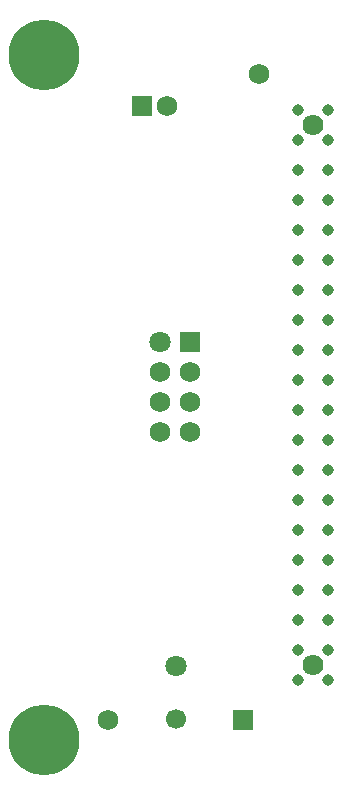
<source format=gbr>
%TF.GenerationSoftware,KiCad,Pcbnew,8.0.0*%
%TF.CreationDate,2024-03-17T21:06:16+08:00*%
%TF.ProjectId,Photon_Power_Zero_PCB_r1,50686f74-6f6e-45f5-906f-7765725f5a65,rev?*%
%TF.SameCoordinates,Original*%
%TF.FileFunction,Soldermask,Bot*%
%TF.FilePolarity,Negative*%
%FSLAX46Y46*%
G04 Gerber Fmt 4.6, Leading zero omitted, Abs format (unit mm)*
G04 Created by KiCad (PCBNEW 8.0.0) date 2024-03-17 21:06:16*
%MOMM*%
%LPD*%
G01*
G04 APERTURE LIST*
%ADD10C,1.750000*%
%ADD11C,1.700000*%
%ADD12C,1.800000*%
%ADD13C,6.000000*%
%ADD14C,0.970000*%
%ADD15C,1.780000*%
%ADD16R,1.800000X1.800000*%
G04 APERTURE END LIST*
D10*
%TO.C,*%
X170730000Y-109960000D03*
%TD*%
D11*
%TO.C,J3*%
X169520000Y-134270000D03*
D12*
X169520000Y-129770000D03*
%TD*%
D13*
%TO.C,REF\u002A\u002A*%
X158340000Y-77980000D03*
X158340000Y-135980000D03*
D14*
X179900000Y-82680000D03*
X179900000Y-85220000D03*
X179900000Y-87760000D03*
X179900000Y-90300000D03*
X179900000Y-92840000D03*
X179900000Y-95380000D03*
X179900000Y-97920000D03*
X179900000Y-100460000D03*
X179900000Y-103000000D03*
X179900000Y-105540000D03*
X179900000Y-108080000D03*
X179900000Y-110620000D03*
X179900000Y-113160000D03*
X179900000Y-115700000D03*
X179900000Y-118240000D03*
X179900000Y-120780000D03*
X179900000Y-123320000D03*
X179900000Y-125860000D03*
X179900000Y-128400000D03*
X179900000Y-130940000D03*
D15*
X181170000Y-83950000D03*
X181170000Y-129670000D03*
D14*
X182440000Y-82680000D03*
X182440000Y-85220000D03*
X182440000Y-87760000D03*
X182440000Y-90300000D03*
X182440000Y-92840000D03*
X182440000Y-95380000D03*
X182440000Y-97920000D03*
X182440000Y-100460000D03*
X182440000Y-103000000D03*
X182440000Y-105540000D03*
X182440000Y-108080000D03*
X182440000Y-110620000D03*
X182440000Y-113160000D03*
X182440000Y-115700000D03*
X182440000Y-118240000D03*
X182440000Y-120780000D03*
X182440000Y-123320000D03*
X182440000Y-125860000D03*
X182440000Y-128400000D03*
X182440000Y-130940000D03*
%TD*%
D10*
%TO.C,*%
X168190000Y-107420000D03*
%TD*%
%TO.C,*%
X168190000Y-109960000D03*
%TD*%
%TO.C,*%
X168760000Y-82370000D03*
%TD*%
%TO.C,*%
X168190000Y-104880000D03*
%TD*%
%TO.C,*%
X170730000Y-107420000D03*
%TD*%
%TO.C,*%
X170730000Y-104880000D03*
%TD*%
%TO.C,*%
X176605000Y-79620000D03*
%TD*%
D16*
%TO.C,*%
X166660000Y-82360000D03*
%TD*%
D10*
%TO.C,*%
X163790000Y-134330000D03*
%TD*%
D16*
%TO.C,REF\u002A\u002A*%
X175220000Y-134280000D03*
%TD*%
%TO.C,REF\u002A\u002A*%
X170730000Y-102340000D03*
%TD*%
D12*
%TO.C,REF\u002A\u002A*%
X168180000Y-102350000D03*
%TD*%
M02*

</source>
